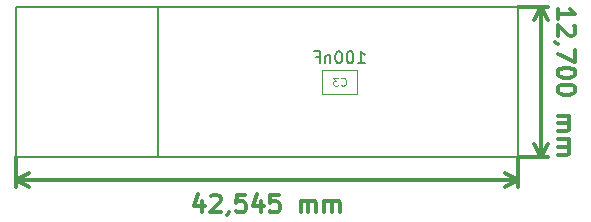
<source format=gbr>
G04 #@! TF.GenerationSoftware,KiCad,Pcbnew,(5.0.2)-1*
G04 #@! TF.CreationDate,2019-01-06T14:15:55+01:00*
G04 #@! TF.ProjectId,Xany2Msx,58616e79-324d-4737-982e-6b696361645f,rev?*
G04 #@! TF.SameCoordinates,Original*
G04 #@! TF.FileFunction,Other,Fab,Bot*
%FSLAX46Y46*%
G04 Gerber Fmt 4.6, Leading zero omitted, Abs format (unit mm)*
G04 Created by KiCad (PCBNEW (5.0.2)-1) date 06/01/2019 14:15:55*
%MOMM*%
%LPD*%
G01*
G04 APERTURE LIST*
%ADD10C,0.300000*%
%ADD11C,0.200000*%
%ADD12C,0.100000*%
%ADD13C,0.150000*%
%ADD14C,0.105000*%
G04 APERTURE END LIST*
D10*
X116102500Y-100838571D02*
X116102500Y-101838571D01*
X115745357Y-100267142D02*
X115388214Y-101338571D01*
X116316785Y-101338571D01*
X116816785Y-100481428D02*
X116888214Y-100410000D01*
X117031071Y-100338571D01*
X117388214Y-100338571D01*
X117531071Y-100410000D01*
X117602500Y-100481428D01*
X117673928Y-100624285D01*
X117673928Y-100767142D01*
X117602500Y-100981428D01*
X116745357Y-101838571D01*
X117673928Y-101838571D01*
X118388214Y-101767142D02*
X118388214Y-101838571D01*
X118316785Y-101981428D01*
X118245357Y-102052857D01*
X119745357Y-100338571D02*
X119031071Y-100338571D01*
X118959642Y-101052857D01*
X119031071Y-100981428D01*
X119173928Y-100910000D01*
X119531071Y-100910000D01*
X119673928Y-100981428D01*
X119745357Y-101052857D01*
X119816785Y-101195714D01*
X119816785Y-101552857D01*
X119745357Y-101695714D01*
X119673928Y-101767142D01*
X119531071Y-101838571D01*
X119173928Y-101838571D01*
X119031071Y-101767142D01*
X118959642Y-101695714D01*
X121102500Y-100838571D02*
X121102500Y-101838571D01*
X120745357Y-100267142D02*
X120388214Y-101338571D01*
X121316785Y-101338571D01*
X122602500Y-100338571D02*
X121888214Y-100338571D01*
X121816785Y-101052857D01*
X121888214Y-100981428D01*
X122031071Y-100910000D01*
X122388214Y-100910000D01*
X122531071Y-100981428D01*
X122602500Y-101052857D01*
X122673928Y-101195714D01*
X122673928Y-101552857D01*
X122602500Y-101695714D01*
X122531071Y-101767142D01*
X122388214Y-101838571D01*
X122031071Y-101838571D01*
X121888214Y-101767142D01*
X121816785Y-101695714D01*
X124459642Y-101838571D02*
X124459642Y-100838571D01*
X124459642Y-100981428D02*
X124531071Y-100910000D01*
X124673928Y-100838571D01*
X124888214Y-100838571D01*
X125031071Y-100910000D01*
X125102500Y-101052857D01*
X125102500Y-101838571D01*
X125102500Y-101052857D02*
X125173928Y-100910000D01*
X125316785Y-100838571D01*
X125531071Y-100838571D01*
X125673928Y-100910000D01*
X125745357Y-101052857D01*
X125745357Y-101838571D01*
X126459642Y-101838571D02*
X126459642Y-100838571D01*
X126459642Y-100981428D02*
X126531071Y-100910000D01*
X126673928Y-100838571D01*
X126888214Y-100838571D01*
X127031071Y-100910000D01*
X127102500Y-101052857D01*
X127102500Y-101838571D01*
X127102500Y-101052857D02*
X127173928Y-100910000D01*
X127316785Y-100838571D01*
X127531071Y-100838571D01*
X127673928Y-100910000D01*
X127745357Y-101052857D01*
X127745357Y-101838571D01*
X142875000Y-99060000D02*
X100330000Y-99060000D01*
X142875000Y-97155000D02*
X142875000Y-99646421D01*
X100330000Y-97155000D02*
X100330000Y-99646421D01*
X100330000Y-99060000D02*
X101456504Y-98473579D01*
X100330000Y-99060000D02*
X101456504Y-99646421D01*
X142875000Y-99060000D02*
X141748496Y-98473579D01*
X142875000Y-99060000D02*
X141748496Y-99646421D01*
D11*
X100330000Y-84455000D02*
X142875000Y-84455000D01*
X142875000Y-97155000D02*
X100330000Y-97155000D01*
D10*
X146201428Y-85447857D02*
X146201428Y-84590714D01*
X146201428Y-85019285D02*
X147701428Y-85019285D01*
X147487142Y-84876428D01*
X147344285Y-84733571D01*
X147272857Y-84590714D01*
X147558571Y-86019285D02*
X147630000Y-86090714D01*
X147701428Y-86233571D01*
X147701428Y-86590714D01*
X147630000Y-86733571D01*
X147558571Y-86805000D01*
X147415714Y-86876428D01*
X147272857Y-86876428D01*
X147058571Y-86805000D01*
X146201428Y-85947857D01*
X146201428Y-86876428D01*
X146272857Y-87590714D02*
X146201428Y-87590714D01*
X146058571Y-87519285D01*
X145987142Y-87447857D01*
X147701428Y-88090714D02*
X147701428Y-89090714D01*
X146201428Y-88447857D01*
X147701428Y-89947857D02*
X147701428Y-90090714D01*
X147630000Y-90233571D01*
X147558571Y-90305000D01*
X147415714Y-90376428D01*
X147130000Y-90447857D01*
X146772857Y-90447857D01*
X146487142Y-90376428D01*
X146344285Y-90305000D01*
X146272857Y-90233571D01*
X146201428Y-90090714D01*
X146201428Y-89947857D01*
X146272857Y-89805000D01*
X146344285Y-89733571D01*
X146487142Y-89662142D01*
X146772857Y-89590714D01*
X147130000Y-89590714D01*
X147415714Y-89662142D01*
X147558571Y-89733571D01*
X147630000Y-89805000D01*
X147701428Y-89947857D01*
X147701428Y-91376428D02*
X147701428Y-91519285D01*
X147630000Y-91662142D01*
X147558571Y-91733571D01*
X147415714Y-91805000D01*
X147130000Y-91876428D01*
X146772857Y-91876428D01*
X146487142Y-91805000D01*
X146344285Y-91733571D01*
X146272857Y-91662142D01*
X146201428Y-91519285D01*
X146201428Y-91376428D01*
X146272857Y-91233571D01*
X146344285Y-91162142D01*
X146487142Y-91090714D01*
X146772857Y-91019285D01*
X147130000Y-91019285D01*
X147415714Y-91090714D01*
X147558571Y-91162142D01*
X147630000Y-91233571D01*
X147701428Y-91376428D01*
X146201428Y-93662142D02*
X147201428Y-93662142D01*
X147058571Y-93662142D02*
X147130000Y-93733571D01*
X147201428Y-93876428D01*
X147201428Y-94090714D01*
X147130000Y-94233571D01*
X146987142Y-94305000D01*
X146201428Y-94305000D01*
X146987142Y-94305000D02*
X147130000Y-94376428D01*
X147201428Y-94519285D01*
X147201428Y-94733571D01*
X147130000Y-94876428D01*
X146987142Y-94947857D01*
X146201428Y-94947857D01*
X146201428Y-95662142D02*
X147201428Y-95662142D01*
X147058571Y-95662142D02*
X147130000Y-95733571D01*
X147201428Y-95876428D01*
X147201428Y-96090714D01*
X147130000Y-96233571D01*
X146987142Y-96305000D01*
X146201428Y-96305000D01*
X146987142Y-96305000D02*
X147130000Y-96376428D01*
X147201428Y-96519285D01*
X147201428Y-96733571D01*
X147130000Y-96876428D01*
X146987142Y-96947857D01*
X146201428Y-96947857D01*
X144780000Y-84455000D02*
X144780000Y-97155000D01*
X142875000Y-84455000D02*
X145366421Y-84455000D01*
X142875000Y-97155000D02*
X145366421Y-97155000D01*
X144780000Y-97155000D02*
X144193579Y-96028496D01*
X144780000Y-97155000D02*
X145366421Y-96028496D01*
X144780000Y-84455000D02*
X144193579Y-85581504D01*
X144780000Y-84455000D02*
X145366421Y-85581504D01*
D11*
X112395000Y-84455000D02*
X112395000Y-97155000D01*
X142875000Y-97155000D02*
X142875000Y-84455000D01*
X100330000Y-84455000D02*
X100330000Y-97155000D01*
D12*
G04 #@! TO.C,C3*
X126242000Y-91805000D02*
X126242000Y-89805000D01*
X126242000Y-89805000D02*
X129242000Y-89805000D01*
X129242000Y-89805000D02*
X129242000Y-91805000D01*
X129242000Y-91805000D02*
X126242000Y-91805000D01*
G04 #@! TD*
G04 #@! TO.C,C3*
D13*
X129289619Y-89197380D02*
X129861047Y-89197380D01*
X129575333Y-89197380D02*
X129575333Y-88197380D01*
X129670571Y-88340238D01*
X129765809Y-88435476D01*
X129861047Y-88483095D01*
X128670571Y-88197380D02*
X128575333Y-88197380D01*
X128480095Y-88245000D01*
X128432476Y-88292619D01*
X128384857Y-88387857D01*
X128337238Y-88578333D01*
X128337238Y-88816428D01*
X128384857Y-89006904D01*
X128432476Y-89102142D01*
X128480095Y-89149761D01*
X128575333Y-89197380D01*
X128670571Y-89197380D01*
X128765809Y-89149761D01*
X128813428Y-89102142D01*
X128861047Y-89006904D01*
X128908666Y-88816428D01*
X128908666Y-88578333D01*
X128861047Y-88387857D01*
X128813428Y-88292619D01*
X128765809Y-88245000D01*
X128670571Y-88197380D01*
X127718190Y-88197380D02*
X127622952Y-88197380D01*
X127527714Y-88245000D01*
X127480095Y-88292619D01*
X127432476Y-88387857D01*
X127384857Y-88578333D01*
X127384857Y-88816428D01*
X127432476Y-89006904D01*
X127480095Y-89102142D01*
X127527714Y-89149761D01*
X127622952Y-89197380D01*
X127718190Y-89197380D01*
X127813428Y-89149761D01*
X127861047Y-89102142D01*
X127908666Y-89006904D01*
X127956285Y-88816428D01*
X127956285Y-88578333D01*
X127908666Y-88387857D01*
X127861047Y-88292619D01*
X127813428Y-88245000D01*
X127718190Y-88197380D01*
X126956285Y-88530714D02*
X126956285Y-89197380D01*
X126956285Y-88625952D02*
X126908666Y-88578333D01*
X126813428Y-88530714D01*
X126670571Y-88530714D01*
X126575333Y-88578333D01*
X126527714Y-88673571D01*
X126527714Y-89197380D01*
X125718190Y-88673571D02*
X126051523Y-88673571D01*
X126051523Y-89197380D02*
X126051523Y-88197380D01*
X125575333Y-88197380D01*
D14*
X127858666Y-91055000D02*
X127892000Y-91088333D01*
X127992000Y-91121666D01*
X128058666Y-91121666D01*
X128158666Y-91088333D01*
X128225333Y-91021666D01*
X128258666Y-90955000D01*
X128292000Y-90821666D01*
X128292000Y-90721666D01*
X128258666Y-90588333D01*
X128225333Y-90521666D01*
X128158666Y-90455000D01*
X128058666Y-90421666D01*
X127992000Y-90421666D01*
X127892000Y-90455000D01*
X127858666Y-90488333D01*
X127625333Y-90421666D02*
X127192000Y-90421666D01*
X127425333Y-90688333D01*
X127325333Y-90688333D01*
X127258666Y-90721666D01*
X127225333Y-90755000D01*
X127192000Y-90821666D01*
X127192000Y-90988333D01*
X127225333Y-91055000D01*
X127258666Y-91088333D01*
X127325333Y-91121666D01*
X127525333Y-91121666D01*
X127592000Y-91088333D01*
X127625333Y-91055000D01*
G04 #@! TD*
M02*

</source>
